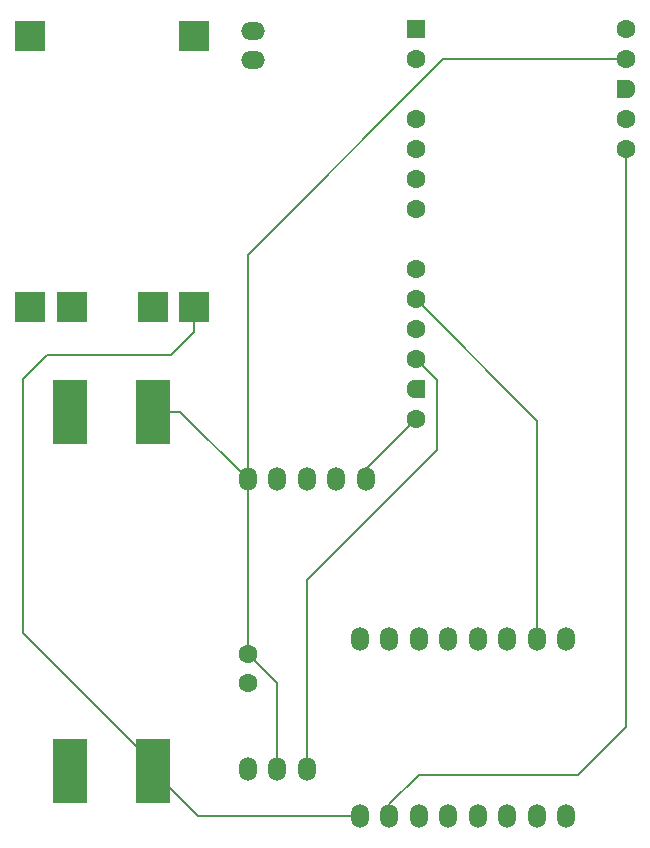
<source format=gbr>
%TF.GenerationSoftware,KiCad,Pcbnew,9.0.3*%
%TF.CreationDate,2025-10-17T23:17:00-07:00*%
%TF.ProjectId,Small_car_electronics.FCStd,536d616c-6c5f-4636-9172-5f656c656374,rev?*%
%TF.SameCoordinates,Original*%
%TF.FileFunction,Copper,L1,Top*%
%TF.FilePolarity,Positive*%
%FSLAX46Y46*%
G04 Gerber Fmt 4.6, Leading zero omitted, Abs format (unit mm)*
G04 Created by KiCad (PCBNEW 9.0.3) date 2025-10-17 23:17:00*
%MOMM*%
%LPD*%
G01*
G04 APERTURE LIST*
G04 Aperture macros list*
%AMRoundRect*
0 Rectangle with rounded corners*
0 $1 Rounding radius*
0 $2 $3 $4 $5 $6 $7 $8 $9 X,Y pos of 4 corners*
0 Add a 4 corners polygon primitive as box body*
4,1,4,$2,$3,$4,$5,$6,$7,$8,$9,$2,$3,0*
0 Add four circle primitives for the rounded corners*
1,1,$1+$1,$2,$3*
1,1,$1+$1,$4,$5*
1,1,$1+$1,$6,$7*
1,1,$1+$1,$8,$9*
0 Add four rect primitives between the rounded corners*
20,1,$1+$1,$2,$3,$4,$5,0*
20,1,$1+$1,$4,$5,$6,$7,0*
20,1,$1+$1,$6,$7,$8,$9,0*
20,1,$1+$1,$8,$9,$2,$3,0*%
%AMFreePoly0*
4,1,37,0.603843,0.796157,0.639018,0.796157,0.711114,0.766294,0.766294,0.711114,0.796157,0.639018,0.796157,0.603843,0.800000,0.600000,0.800000,-0.600000,0.796157,-0.603843,0.796157,-0.639018,0.766294,-0.711114,0.711114,-0.766294,0.639018,-0.796157,0.603843,-0.796157,0.600000,-0.800000,0.000000,-0.800000,0.000000,-0.796148,-0.078414,-0.796148,-0.232228,-0.765552,-0.377117,-0.705537,
-0.507515,-0.618408,-0.618408,-0.507515,-0.705537,-0.377117,-0.765552,-0.232228,-0.796148,-0.078414,-0.796148,0.078414,-0.765552,0.232228,-0.705537,0.377117,-0.618408,0.507515,-0.507515,0.618408,-0.377117,0.705537,-0.232228,0.765552,-0.078414,0.796148,0.000000,0.796148,0.000000,0.800000,0.600000,0.800000,0.603843,0.796157,0.603843,0.796157,$1*%
%AMFreePoly1*
4,1,37,0.000000,0.796148,0.078414,0.796148,0.232228,0.765552,0.377117,0.705537,0.507515,0.618408,0.618408,0.507515,0.705537,0.377117,0.765552,0.232228,0.796148,0.078414,0.796148,-0.078414,0.765552,-0.232228,0.705537,-0.377117,0.618408,-0.507515,0.507515,-0.618408,0.377117,-0.705537,0.232228,-0.765552,0.078414,-0.796148,0.000000,-0.796148,0.000000,-0.800000,-0.600000,-0.800000,
-0.603843,-0.796157,-0.639018,-0.796157,-0.711114,-0.766294,-0.766294,-0.711114,-0.796157,-0.639018,-0.796157,-0.603843,-0.800000,-0.600000,-0.800000,0.600000,-0.796157,0.603843,-0.796157,0.639018,-0.766294,0.711114,-0.711114,0.766294,-0.639018,0.796157,-0.603843,0.796157,-0.600000,0.800000,0.000000,0.800000,0.000000,0.796148,0.000000,0.796148,$1*%
G04 Aperture macros list end*
%TA.AperFunction,ComponentPad*%
%ADD10O,2.000000X1.500000*%
%TD*%
%TA.AperFunction,ComponentPad*%
%ADD11R,2.500000X2.500000*%
%TD*%
%TA.AperFunction,ComponentPad*%
%ADD12R,3.000000X5.500000*%
%TD*%
%TA.AperFunction,ComponentPad*%
%ADD13O,1.500000X2.000000*%
%TD*%
%TA.AperFunction,ComponentPad*%
%ADD14C,1.600000*%
%TD*%
%TA.AperFunction,ComponentPad*%
%ADD15RoundRect,0.200000X-0.600000X-0.600000X0.600000X-0.600000X0.600000X0.600000X-0.600000X0.600000X0*%
%TD*%
%TA.AperFunction,ComponentPad*%
%ADD16FreePoly0,0.000000*%
%TD*%
%TA.AperFunction,ComponentPad*%
%ADD17FreePoly1,0.000000*%
%TD*%
%TA.AperFunction,Conductor*%
%ADD18C,0.200000*%
%TD*%
G04 APERTURE END LIST*
D10*
%TO.P,,2*%
%TO.N,N/C*%
X89000000Y-51500000D03*
%TD*%
D11*
%TO.P,TP4056_Module,1*%
%TO.N,N/C*%
X70100000Y-72400000D03*
%TO.P,TP4056_Module,2*%
X73600000Y-72400000D03*
%TO.P,TP4056_Module,3*%
X84000000Y-72400000D03*
%TO.P,TP4056_Module,4*%
X80500000Y-72400000D03*
%TO.P,TP4056_Module,5*%
X70100000Y-49500000D03*
%TO.P,TP4056_Module,6*%
X84000000Y-49500000D03*
%TD*%
D12*
%TO.P,MT3608_Module,1*%
%TO.N,N/C*%
X80500000Y-81300000D03*
%TO.P,MT3608_Module,2*%
X73500000Y-81300000D03*
%TO.P,MT3608_Module,3*%
X80500000Y-111700000D03*
%TO.P,MT3608_Module,4*%
X73500000Y-111700000D03*
%TD*%
D10*
%TO.P,,1*%
%TO.N,N/C*%
X89000000Y-49000000D03*
%TD*%
D13*
%TO.P,TOF200C,1*%
%TO.N,N/C*%
X98500000Y-87000000D03*
%TO.P,TOF200C,2*%
X96000000Y-87000000D03*
%TO.P,TOF200C,3*%
X93500000Y-87000000D03*
%TO.P,TOF200C,4*%
X91000000Y-87000000D03*
%TO.P,TOF200C,5*%
X88500000Y-87000000D03*
%TD*%
D14*
%TO.P,750uF,1*%
%TO.N,N/C*%
X88500000Y-104250000D03*
%TO.P,750uF,2*%
X88500000Y-101750000D03*
%TD*%
D13*
%TO.P,Servo,1*%
%TO.N,N/C*%
X93500000Y-111500000D03*
%TO.P,Servo,2*%
X91000000Y-111500000D03*
%TO.P,Servo,3*%
X88500000Y-111500000D03*
%TD*%
%TO.P,TB6612FNG_Module,1*%
%TO.N,N/C*%
X115500000Y-115500000D03*
%TO.P,TB6612FNG_Module,2*%
X113000000Y-115500000D03*
%TO.P,TB6612FNG_Module,3*%
X110500000Y-115500000D03*
%TO.P,TB6612FNG_Module,4*%
X108000000Y-115500000D03*
%TO.P,TB6612FNG_Module,5*%
X105500000Y-115500000D03*
%TO.P,TB6612FNG_Module,6*%
X103000000Y-115500000D03*
%TO.P,TB6612FNG_Module,7*%
X100500000Y-115500000D03*
%TO.P,TB6612FNG_Module,8*%
X98000000Y-115500000D03*
%TO.P,TB6612FNG_Module,9*%
X115500000Y-100500000D03*
%TO.P,TB6612FNG_Module,10*%
X113000000Y-100500000D03*
%TO.P,TB6612FNG_Module,11*%
X110500000Y-100500000D03*
%TO.P,TB6612FNG_Module,12*%
X108000000Y-100500000D03*
%TO.P,TB6612FNG_Module,13*%
X105500000Y-100500000D03*
%TO.P,TB6612FNG_Module,14*%
X103000000Y-100500000D03*
%TO.P,TB6612FNG_Module,15*%
X100500000Y-100500000D03*
%TO.P,TB6612FNG_Module,16*%
X98000000Y-100500000D03*
%TD*%
D15*
%TO.P,PicoW,1*%
%TO.N,N/C*%
X102720000Y-48880000D03*
D14*
%TO.P,PicoW,2*%
X102720000Y-51420000D03*
%TO.P,PicoW,4*%
X102720000Y-56500000D03*
%TO.P,PicoW,5*%
X102720000Y-59040000D03*
%TO.P,PicoW,6*%
X102720000Y-61580000D03*
%TO.P,PicoW,7*%
X102720000Y-64120000D03*
%TO.P,PicoW,9*%
X102720000Y-69200000D03*
%TO.P,PicoW,10*%
X102720000Y-71740000D03*
%TO.P,PicoW,11*%
X102720000Y-74280000D03*
%TO.P,PicoW,12*%
X102720000Y-76820000D03*
D16*
%TO.P,PicoW,13*%
X102720000Y-79360000D03*
D14*
%TO.P,PicoW,14*%
X102720000Y-81900000D03*
%TO.P,PicoW,36*%
X120500000Y-59040000D03*
%TO.P,PicoW,37*%
X120500000Y-56500000D03*
D17*
%TO.P,PicoW,38*%
X120500000Y-53960000D03*
D14*
%TO.P,PicoW,39*%
X120500000Y-51420000D03*
%TO.P,PicoW,40*%
X120500000Y-48880000D03*
%TD*%
D18*
%TO.N,*%
X113000000Y-82020000D02*
X113000000Y-100500000D01*
X102720000Y-71740000D02*
X113000000Y-82020000D01*
X98500000Y-86120000D02*
X102720000Y-81900000D01*
X98500000Y-87000000D02*
X98500000Y-86120000D01*
X104500000Y-78600000D02*
X102720000Y-76820000D01*
X104500000Y-84500000D02*
X104500000Y-78600000D01*
X93500000Y-95500000D02*
X104500000Y-84500000D01*
X93500000Y-111500000D02*
X93500000Y-95500000D01*
X84300000Y-115500000D02*
X98000000Y-115500000D01*
X80500000Y-111700000D02*
X84300000Y-115500000D01*
X100500000Y-114500000D02*
X100500000Y-115500000D01*
X116500000Y-112000000D02*
X103000000Y-112000000D01*
X120500000Y-108000000D02*
X116500000Y-112000000D01*
X103000000Y-112000000D02*
X100500000Y-114500000D01*
X120500000Y-59040000D02*
X120500000Y-108000000D01*
X88500000Y-68000000D02*
X88500000Y-87000000D01*
X105080000Y-51420000D02*
X88500000Y-68000000D01*
X120500000Y-51420000D02*
X105080000Y-51420000D01*
X91000000Y-104250000D02*
X91000000Y-111500000D01*
X88500000Y-101750000D02*
X91000000Y-104250000D01*
X88500000Y-87000000D02*
X88500000Y-101750000D01*
X80500000Y-81300000D02*
X82800000Y-81300000D01*
X82800000Y-81300000D02*
X88500000Y-87000000D01*
X80500000Y-111000000D02*
X80500000Y-111700000D01*
X69500000Y-100000000D02*
X80500000Y-111000000D01*
X69500000Y-78500000D02*
X69500000Y-100000000D01*
X71500000Y-76500000D02*
X69500000Y-78500000D01*
X84000000Y-74500000D02*
X82000000Y-76500000D01*
X84000000Y-72400000D02*
X84000000Y-74500000D01*
X82000000Y-76500000D02*
X71500000Y-76500000D01*
%TD*%
M02*

</source>
